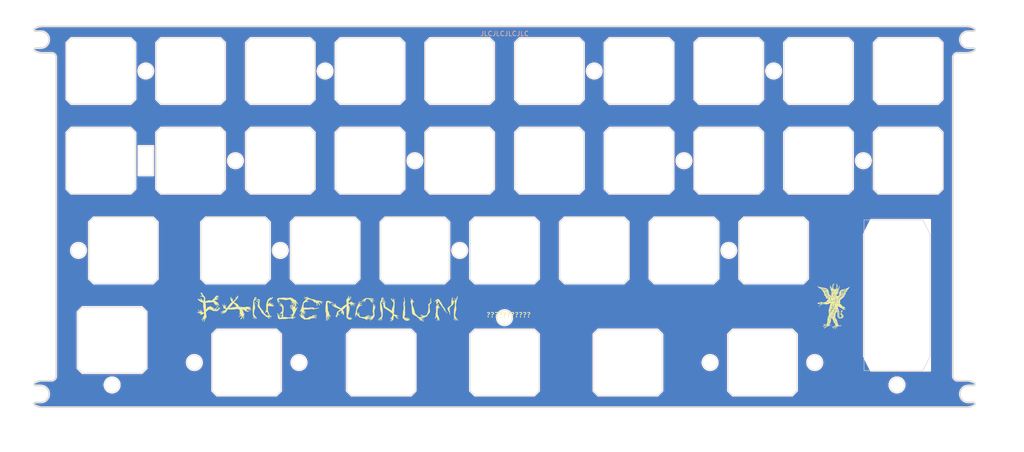
<source format=kicad_pcb>
(kicad_pcb (version 20221018) (generator pcbnew)
  (layers (0 "F.Cu" signal) (31 "B.Cu" signal) (34 "B.Paste" user) (35 "F.Paste" user) (36 "B.SilkS" user "B.Silkscreen") (37 "F.SilkS" user "F.Silkscreen") (38 "B.Mask" user) (39 "F.Mask" user) (44 "Edge.Cuts" user))
  (net 0 "")
  (net 1 "GND")
  (footprint "cipulot_parts:ecs_plate_cut_1U" (layer "F.Cu") (at 41.275 33.3375)
    (fp_text reference "REF**")
    (fp_text value "Value " hide)
    (fp_line (start -7.3 -6) (end -7.3 6) (stroke (width 0.12)) (layer "Edge.Cuts"))
    (fp_line (start -7.3 6) (end -6.3 7) (stroke (width 0.12)) (layer "Edge.Cuts"))
    (fp_line (start -6.3 -7) (end -7.3 -6) (stroke (width 0.12)) (layer "Edge.Cuts"))
    (fp_line (start -6.3 7) (end 6.3 7) (stroke (width 0.12)) (layer "Edge.Cuts"))
    (fp_line (start 6.3 -7) (end -6.3 -7) (stroke (width 0.12)) (layer "Edge.Cuts"))
    (fp_line (start 6.3 -7) (end 7.3 -6) (stroke (width 0.12)) (layer "Edge.Cuts"))
    (fp_line (start 6.3 7) (end 7.3 6) (stroke (width 0.12)) (layer "Edge.Cuts"))
    (fp_line (start 7.3 6) (end 7.3 -6) (stroke (width 0.12)) (layer "Edge.Cuts"))
  )
  (footprint "cipulot_parts:ecs_plate_cut_1U" (layer "F.Cu") (at 60.325 52.3875)
    (fp_text reference "REF**")
    (fp_text value "Value " hide)
    (fp_line (start -7.3 -6) (end -7.3 6) (stroke (width 0.12)) (layer "Edge.Cuts"))
    (fp_line (start -7.3 6) (end -6.3 7) (stroke (width 0.12)) (layer "Edge.Cuts"))
    (fp_line (start -6.3 -7) (end -7.3 -6) (stroke (width 0.12)) (layer "Edge.Cuts"))
    (fp_line (start -6.3 7) (end 6.3 7) (stroke (width 0.12)) (layer "Edge.Cuts"))
    (fp_line (start 6.3 -7) (end -6.3 -7) (stroke (width 0.12)) (layer "Edge.Cuts"))
    (fp_line (start 6.3 -7) (end 7.3 -6) (stroke (width 0.12)) (layer "Edge.Cuts"))
    (fp_line (start 6.3 7) (end 7.3 6) (stroke (width 0.12)) (layer "Edge.Cuts"))
    (fp_line (start 7.3 6) (end 7.3 -6) (stroke (width 0.12)) (layer "Edge.Cuts"))
  )
  (footprint "cipulot_parts:ecs_plate_cut_1U" (layer "F.Cu") (at 127 95.25)
    (fp_text reference "REF**")
    (fp_text value "Value " hide)
    (fp_line (start -7.3 -6) (end -7.3 6) (stroke (width 0.12)) (layer "Edge.Cuts"))
    (fp_line (start -7.3 6) (end -6.3 7) (stroke (width 0.12)) (layer "Edge.Cuts"))
    (fp_line (start -6.3 -7) (end -7.3 -6) (stroke (width 0.12)) (layer "Edge.Cuts"))
    (fp_line (start -6.3 7) (end 6.3 7) (stroke (width 0.12)) (layer "Edge.Cuts"))
    (fp_line (start 6.3 -7) (end -6.3 -7) (stroke (width 0.12)) (layer "Edge.Cuts"))
    (fp_line (start 6.3 -7) (end 7.3 -6) (stroke (width 0.12)) (layer "Edge.Cuts"))
    (fp_line (start 6.3 7) (end 7.3 6) (stroke (width 0.12)) (layer "Edge.Cuts"))
    (fp_line (start 7.3 6) (end 7.3 -6) (stroke (width 0.12)) (layer "Edge.Cuts"))
  )
  (footprint "cipulot_parts:ecs_plate_cut_1U" (layer "F.Cu") (at 60.325 33.3375)
    (fp_text reference "REF**")
    (fp_text value "Value " hide)
    (fp_line (start -7.3 -6) (end -7.3 6) (stroke (width 0.12)) (layer "Edge.Cuts"))
    (fp_line (start -7.3 6) (end -6.3 7) (stroke (width 0.12)) (layer "Edge.Cuts"))
    (fp_line (start -6.3 -7) (end -7.3 -6) (stroke (width 0.12)) (layer "Edge.Cuts"))
    (fp_line (start -6.3 7) (end 6.3 7) (stroke (width 0.12)) (layer "Edge.Cuts"))
    (fp_line (start 6.3 -7) (end -6.3 -7) (stroke (width 0.12)) (layer "Edge.Cuts"))
    (fp_line (start 6.3 -7) (end 7.3 -6) (stroke (width 0.12)) (layer "Edge.Cuts"))
    (fp_line (start 6.3 7) (end 7.3 6) (stroke (width 0.12)) (layer "Edge.Cuts"))
    (fp_line (start 7.3 6) (end 7.3 -6) (stroke (width 0.12)) (layer "Edge.Cuts"))
  )
  (footprint "cipulot_parts:ecs_plate_cut_1U" (layer "F.Cu") (at 212.725 33.3375)
    (fp_text reference "REF**")
    (fp_text value "Value " hide)
    (fp_line (start -7.3 -6) (end -7.3 6) (stroke (width 0.12)) (layer "Edge.Cuts"))
    (fp_line (start -7.3 6) (end -6.3 7) (stroke (width 0.12)) (layer "Edge.Cuts"))
    (fp_line (start -6.3 -7) (end -7.3 -6) (stroke (width 0.12)) (layer "Edge.Cuts"))
    (fp_line (start -6.3 7) (end 6.3 7) (stroke (width 0.12)) (layer "Edge.Cuts"))
    (fp_line (start 6.3 -7) (end -6.3 -7) (stroke (width 0.12)) (layer "Edge.Cuts"))
    (fp_line (start 6.3 -7) (end 7.3 -6) (stroke (width 0.12)) (layer "Edge.Cuts"))
    (fp_line (start 6.3 7) (end 7.3 6) (stroke (width 0.12)) (layer "Edge.Cuts"))
    (fp_line (start 7.3 6) (end 7.3 -6) (stroke (width 0.12)) (layer "Edge.Cuts"))
  )
  (footprint "cipulot_parts:ecs_plate_cut_1U" (layer "F.Cu") (at 146.05 71.4375)
    (fp_text reference "REF**")
    (fp_text value "Value " hide)
    (fp_line (start -7.3 -6) (end -7.3 6) (stroke (width 0.12)) (layer "Edge.Cuts"))
    (fp_line (start -7.3 6) (end -6.3 7) (stroke (width 0.12)) (layer "Edge.Cuts"))
    (fp_line (start -6.3 -7) (end -7.3 -6) (stroke (width 0.12)) (layer "Edge.Cuts"))
    (fp_line (start -6.3 7) (end 6.3 7) (stroke (width 0.12)) (layer "Edge.Cuts"))
    (fp_line (start 6.3 -7) (end -6.3 -7) (stroke (width 0.12)) (layer "Edge.Cuts"))
    (fp_line (start 6.3 -7) (end 7.3 -6) (stroke (width 0.12)) (layer "Edge.Cuts"))
    (fp_line (start 6.3 7) (end 7.3 6) (stroke (width 0.12)) (layer "Edge.Cuts"))
    (fp_line (start 7.3 6) (end 7.3 -6) (stroke (width 0.12)) (layer "Edge.Cuts"))
  )
  (footprint "cipulot_parts:ecs_plate_cut_1U" (layer "F.Cu") (at 46.0375 71.4375)
    (fp_text reference "REF**")
    (fp_text value "Value " hide)
    (fp_line (start -7.3 -6) (end -7.3 6) (stroke (width 0.12)) (layer "Edge.Cuts"))
    (fp_line (start -7.3 6) (end -6.3 7) (stroke (width 0.12)) (layer "Edge.Cuts"))
    (fp_line (start -6.3 -7) (end -7.3 -6) (stroke (width 0.12)) (layer "Edge.Cuts"))
    (fp_line (start -6.3 7) (end 6.3 7) (stroke (width 0.12)) (layer "Edge.Cuts"))
    (fp_line (start 6.3 -7) (end -6.3 -7) (stroke (width 0.12)) (layer "Edge.Cuts"))
    (fp_line (start 6.3 -7) (end 7.3 -6) (stroke (width 0.12)) (layer "Edge.Cuts"))
    (fp_line (start 6.3 7) (end 7.3 6) (stroke (width 0.12)) (layer "Edge.Cuts"))
    (fp_line (start 7.3 6) (end 7.3 -6) (stroke (width 0.12)) (layer "Edge.Cuts"))
  )
  (footprint "LOGO" (layer "F.Cu") (at 196.85 83.34375)
    (fp_text reference "G***" hide)
    (fp_text value "LOGO" hide)
  )
  (footprint "cipulot_parts:ecs_plate_cut_1U" (layer "F.Cu") (at 88.9 71.4375)
    (fp_text reference "REF**")
    (fp_text value "Value " hide)
    (fp_line (start -7.3 -6) (end -7.3 6) (stroke (width 0.12)) (layer "Edge.Cuts"))
    (fp_line (start -7.3 6) (end -6.3 7) (stroke (width 0.12)) (layer "Edge.Cuts"))
    (fp_line (start -6.3 -7) (end -7.3 -6) (stroke (width 0.12)) (layer "Edge.Cuts"))
    (fp_line (start -6.3 7) (end 6.3 7) (stroke (width 0.12)) (layer "Edge.Cuts"))
    (fp_line (start 6.3 -7) (end -6.3 -7) (stroke (width 0.12)) (layer "Edge.Cuts"))
    (fp_line (start 6.3 -7) (end 7.3 -6) (stroke (width 0.12)) (layer "Edge.Cuts"))
    (fp_line (start 6.3 7) (end 7.3 6) (stroke (width 0.12)) (layer "Edge.Cuts"))
    (fp_line (start 7.3 6) (end 7.3 -6) (stroke (width 0.12)) (layer "Edge.Cuts"))
  )
  (footprint "cipulot_parts:ecs_plate_cut_1U" (layer "F.Cu") (at 117.475 33.3375)
    (fp_text reference "REF**")
    (fp_text value "Value " hide)
    (fp_line (start -7.3 -6) (end -7.3 6) (stroke (width 0.12)) (layer "Edge.Cuts"))
    (fp_line (start -7.3 6) (end -6.3 7) (stroke (width 0.12)) (layer "Edge.Cuts"))
    (fp_line (start -6.3 -7) (end -7.3 -6) (stroke (width 0.12)) (layer "Edge.Cuts"))
    (fp_line (start -6.3 7) (end 6.3 7) (stroke (width 0.12)) (layer "Edge.Cuts"))
    (fp_line (start 6.3 -7) (end -6.3 -7) (stroke (width 0.12)) (layer "Edge.Cuts"))
    (fp_line (start 6.3 -7) (end 7.3 -6) (stroke (width 0.12)) (layer "Edge.Cuts"))
    (fp_line (start 6.3 7) (end 7.3 6) (stroke (width 0.12)) (layer "Edge.Cuts"))
    (fp_line (start 7.3 6) (end 7.3 -6) (stroke (width 0.12)) (layer "Edge.Cuts"))
  )
  (footprint "cipulot_parts:ecs_plate_cut_1U" (layer "F.Cu") (at 79.375 52.3875)
    (fp_text reference "REF**")
    (fp_text value "Value " hide)
    (fp_line (start -7.3 -6) (end -7.3 6) (stroke (width 0.12)) (layer "Edge.Cuts"))
    (fp_line (start -7.3 6) (end -6.3 7) (stroke (width 0.12)) (layer "Edge.Cuts"))
    (fp_line (start -6.3 -7) (end -7.3 -6) (stroke (width 0.12)) (layer "Edge.Cuts"))
    (fp_line (start -6.3 7) (end 6.3 7) (stroke (width 0.12)) (layer "Edge.Cuts"))
    (fp_line (start 6.3 -7) (end -6.3 -7) (stroke (width 0.12)) (layer "Edge.Cuts"))
    (fp_line (start 6.3 -7) (end 7.3 -6) (stroke (width 0.12)) (layer "Edge.Cuts"))
    (fp_line (start 6.3 7) (end 7.3 6) (stroke (width 0.12)) (layer "Edge.Cuts"))
    (fp_line (start 7.3 6) (end 7.3 -6) (stroke (width 0.12)) (layer "Edge.Cuts"))
  )
  (footprint "cipulot_parts:ecs_plate_cut_1U" (layer "F.Cu") (at 193.675 52.3875)
    (fp_text reference "REF**")
    (fp_text value "Value " hide)
    (fp_line (start -7.3 -6) (end -7.3 6) (stroke (width 0.12)) (layer "Edge.Cuts"))
    (fp_line (start -7.3 6) (end -6.3 7) (stroke (width 0.12)) (layer "Edge.Cuts"))
    (fp_line (start -6.3 -7) (end -7.3 -6) (stroke (width 0.12)) (layer "Edge.Cuts"))
    (fp_line (start -6.3 7) (end 6.3 7) (stroke (width 0.12)) (layer "Edge.Cuts"))
    (fp_line (start 6.3 -7) (end -6.3 -7) (stroke (width 0.12)) (layer "Edge.Cuts"))
    (fp_line (start 6.3 -7) (end 7.3 -6) (stroke (width 0.12)) (layer "Edge.Cuts"))
    (fp_line (start 6.3 7) (end 7.3 6) (stroke (width 0.12)) (layer "Edge.Cuts"))
    (fp_line (start 7.3 6) (end 7.3 -6) (stroke (width 0.12)) (layer "Edge.Cuts"))
  )
  (footprint "cipulot_parts:ecs_plate_cut_1U" (layer "F.Cu") (at 98.425 52.3875)
    (fp_text reference "REF**")
    (fp_text value "Value " hide)
    (fp_line (start -7.3 -6) (end -7.3 6) (stroke (width 0.12)) (layer "Edge.Cuts"))
    (fp_line (start -7.3 6) (end -6.3 7) (stroke (width 0.12)) (layer "Edge.Cuts"))
    (fp_line (start -6.3 -7) (end -7.3 -6) (stroke (width 0.12)) (layer "Edge.Cuts"))
    (fp_line (start -6.3 7) (end 6.3 7) (stroke (width 0.12)) (layer "Edge.Cuts"))
    (fp_line (start 6.3 -7) (end -6.3 -7) (stroke (width 0.12)) (layer "Edge.Cuts"))
    (fp_line (start 6.3 -7) (end 7.3 -6) (stroke (width 0.12)) (layer "Edge.Cuts"))
    (fp_line (start 6.3 7) (end 7.3 6) (stroke (width 0.12)) (layer "Edge.Cuts"))
    (fp_line (start 7.3 6) (end 7.3 -6) (stroke (width 0.12)) (layer "Edge.Cuts"))
  )
  (footprint "cipulot_parts:ecs_plate_cut_1U" (layer "F.Cu") (at 107.95 71.4375)
    (fp_text reference "REF**")
    (fp_text value "Value " hide)
    (fp_line (start -7.3 -6) (end -7.3 6) (stroke (width 0.12)) (layer "Edge.Cuts"))
    (fp_line (start -7.3 6) (end -6.3 7) (stroke (width 0.12)) (layer "Edge.Cuts"))
    (fp_line (start -6.3 -7) (end -7.3 -6) (stroke (width 0.12)) (layer "Edge.Cuts"))
    (fp_line (start -6.3 7) (end 6.3 7) (stroke (width 0.12)) (layer "Edge.Cuts"))
    (fp_line (start 6.3 -7) (end -6.3 -7) (stroke (width 0.12)) (layer "Edge.Cuts"))
    (fp_line (start 6.3 -7) (end 7.3 -6) (stroke (width 0.12)) (layer "Edge.Cuts"))
    (fp_line (start 6.3 7) (end 7.3 6) (stroke (width 0.12)) (layer "Edge.Cuts"))
    (fp_line (start 7.3 6) (end 7.3 -6) (stroke (width 0.12)) (layer "Edge.Cuts"))
  )
  (footprint "LOGO" (layer "F.Cu") (at 88.9 83.34375)
    (fp_text reference "G***" hide)
    (fp_text value "LOGO" hide)
  )
  (footprint "cipulot_parts:ecs_plate_cut_1U" (layer "F.Cu") (at 72.23125 95.25)
    (fp_text reference "REF**")
    (fp_text value "Value " hide)
    (fp_line (start -7.3 -6) (end -7.3 6) (stroke (width 0.12)) (layer "Edge.Cuts"))
    (fp_line (start -7.3 6) (end -6.3 7) (stroke (width 0.12)) (layer "Edge.Cuts"))
    (fp_line (start -6.3 -7) (end -7.3 -6) (stroke (width 0.12)) (layer "Edge.Cuts"))
    (fp_line (start -6.3 7) (end 6.3 7) (stroke (width 0.12)) (layer "Edge.Cuts"))
    (fp_line (start 6.3 -7) (end -6.3 -7) (stroke (width 0.12)) (layer "Edge.Cuts"))
    (fp_line (start 6.3 -7) (end 7.3 -6) (stroke (width 0.12)) (layer "Edge.Cuts"))
    (fp_line (start 6.3 7) (end 7.3 6) (stroke (width 0.12)) (layer "Edge.Cuts"))
    (fp_line (start 7.3 6) (end 7.3 -6) (stroke (width 0.12)) (layer "Edge.Cuts"))
  )
  (footprint "cipulot_parts:ecs_plate_cut_1U" (layer "F.Cu") (at 174.625 33.3375)
    (fp_text reference "REF**")
    (fp_text value "Value " hide)
    (fp_line (start -7.3 -6) (end -7.3 6) (stroke (width 0.12)) (layer "Edge.Cuts"))
    (fp_line (start -7.3 6) (end -6.3 7) (stroke (width 0.12)) (layer "Edge.Cuts"))
    (fp_line (start -6.3 -7) (end -7.3 -6) (stroke (width 0.12)) (layer "Edge.Cuts"))
    (fp_line (start -6.3 7) (end 6.3 7) (stroke (width 0.12)) (layer "Edge.Cuts"))
    (fp_line (start 6.3 -7) (end -6.3 -7) (stroke (width 0.12)) (layer "Edge.Cuts"))
    (fp_line (start 6.3 -7) (end 7.3 -6) (stroke (width 0.12)) (layer "Edge.Cuts"))
    (fp_line (start 6.3 7) (end 7.3 6) (stroke (width 0.12)) (layer "Edge.Cuts"))
    (fp_line (start 7.3 6) (end 7.3 -6) (stroke (width 0.12)) (layer "Edge.Cuts"))
  )
  (footprint "cipulot_parts:ecs_plate_cut_1U" (layer "F.Cu") (at 69.85 71.4375)
    (fp_text reference "REF**")
    (fp_text value "Value " hide)
    (fp_line (start -7.3 -6) (end -7.3 6) (stroke (width 0.12)) (layer "Edge.Cuts"))
    (fp_line (start -7.3 6) (end -6.3 7) (stroke (width 0.12)) (layer "Edge.Cuts"))
    (fp_line (start -6.3 -7) (end -7.3 -6) (stroke (width 0.12)) (layer "Edge.Cuts"))
    (fp_line (start -6.3 7) (end 6.3 7) (stroke (width 0.12)) (layer "Edge.Cuts"))
    (fp_line (start 6.3 -7) (end -6.3 -7) (stroke (width 0.12)) (layer "Edge.Cuts"))
    (fp_line (start 6.3 -7) (end 7.3 -6) (stroke (width 0.12)) (layer "Edge.Cuts"))
    (fp_line (start 6.3 7) (end 7.3 6) (stroke (width 0.12)) (layer "Edge.Cuts"))
    (fp_line (start 7.3 6) (end 7.3 -6) (stroke (width 0.12)) (layer "Edge.Cuts"))
  )
  (footprint "cipulot_parts:ecs_plate_cut_1U" (layer "F.Cu") (at 43.65625 90.4875)
    (fp_text reference "REF**")
    (fp_text value "Value " hide)
    (fp_line (start -7.3 -6) (end -7.3 6) (stroke (width 0.12)) (layer "Edge.Cuts"))
    (fp_line (start -7.3 6) (end -6.3 7) (stroke (width 0.12)) (layer "Edge.Cuts"))
    (fp_line (start -6.3 -7) (end -7.3 -6) (stroke (width 0.12)) (layer "Edge.Cuts"))
    (fp_line (start -6.3 7) (end 6.3 7) (stroke (width 0.12)) (layer "Edge.Cuts"))
    (fp_line (start 6.3 -7) (end -6.3 -7) (stroke (width 0.12)) (layer "Edge.Cuts"))
    (fp_line (start 6.3 -7) (end 7.3 -6) (stroke (width 0.12)) (layer "Edge.Cuts"))
    (fp_line (start 6.3 7) (end 7.3 6) (stroke (width 0.12)) (layer "Edge.Cuts"))
    (fp_line (start 7.3 6) (end 7.3 -6) (stroke (width 0.12)) (layer "Edge.Cuts"))
  )
  (footprint "cipulot_parts:ecs_plate_cut_1U" (layer "F.Cu") (at 153.19375 95.25)
    (fp_text reference "REF**")
    (fp_text value "Value " hide)
    (fp_line (start -7.3 -6) (end -7.3 6) (stroke (width 0.12)) (layer "Edge.Cuts"))
    (fp_line (start -7.3 6) (end -6.3 7) (stroke (width 0.12)) (layer "Edge.Cuts"))
    (fp_line (start -6.3 -7) (end -7.3 -6) (stroke (width 0.12)) (layer "Edge.Cuts"))
    (fp_line (start -6.3 7) (end 6.3 7) (stroke (width 0.12)) (layer "Edge.Cuts"))
    (fp_line (start 6.3 -7) (end -6.3 -7) (stroke (width 0.12)) (layer "Edge.Cuts"))
    (fp_line (start 6.3 -7) (end 7.3 -6) (stroke (width 0.12)) (layer "Edge.Cuts"))
    (fp_line (start 6.3 7) (end 7.3 6) (stroke (width 0.12)) (layer "Edge.Cuts"))
    (fp_line (start 7.3 6) (end 7.3 -6) (stroke (width 0.12)) (layer "Edge.Cuts"))
  )
  (footprint "cipulot_parts:ecs_plate_cut_1U" (layer "F.Cu") (at 155.575 52.3875)
    (fp_text reference "REF**")
    (fp_text value "Value " hide)
    (fp_line (start -7.3 -6) (end -7.3 6) (stroke (width 0.12)) (layer "Edge.Cuts"))
    (fp_line (start -7.3 6) (end -6.3 7) (stroke (width 0.12)) (layer "Edge.Cuts"))
    (fp_line (start -6.3 -7) (end -7.3 -6) (stroke (width 0.12)) (layer "Edge.Cuts"))
    (fp_line (start -6.3 7) (end 6.3 7) (stroke (width 0.12)) (layer "Edge.Cuts"))
    (fp_line (start 6.3 -7) (end -6.3 -7) (stroke (width 0.12)) (layer "Edge.Cuts"))
    (fp_line (start 6.3 -7) (end 7.3 -6) (stroke (width 0.12)) (layer "Edge.Cuts"))
    (fp_line (start 6.3 7) (end 7.3 6) (stroke (width 0.12)) (layer "Edge.Cuts"))
    (fp_line (start 7.3 6) (end 7.3 -6) (stroke (width 0.12)) (layer "Edge.Cuts"))
  )
  (footprint "cipulot_parts:ecs_plate_cut_1U" (layer "F.Cu") (at 136.525 52.3875)
    (fp_text reference "REF**")
    (fp_text value "Value " hide)
    (fp_line (start -7.3 -6) (end -7.3 6) (stroke (width 0.12)) (layer "Edge.Cuts"))
    (fp_line (start -7.3 6) (end -6.3 7) (stroke (width 0.12)) (layer "Edge.Cuts"))
    (fp_line (start -6.3 -7) (end -7.3 -6) (stroke (width 0.12)) (layer "Edge.Cuts"))
    (fp_line (start -6.3 7) (end 6.3 7) (stroke (width 0.12)) (layer "Edge.Cuts"))
    (fp_line (start 6.3 -7) (end -6.3 -7) (stroke (width 0.12)) (layer "Edge.Cuts"))
    (fp_line (start 6.3 -7) (end 7.3 -6) (stroke (width 0.12)) (layer "Edge.Cuts"))
    (fp_line (start 6.3 7) (end 7.3 6) (stroke (width 0.12)) (layer "Edge.Cuts"))
    (fp_line (start 7.3 6) (end 7.3 -6) (stroke (width 0.12)) (layer "Edge.Cuts"))
  )
  (footprint "cipulot_parts:ecs_plate_cut_1U" (layer "F.Cu") (at 184.15 71.4375)
    (fp_text reference "REF**")
    (fp_text value "Value " hide)
    (fp_line (start -7.3 -6) (end -7.3 6) (stroke (width 0.12)) (layer "Edge.Cuts"))
    (fp_line (start -7.3 6) (end -6.3 7) (stroke (width 0.12)) (layer "Edge.Cuts"))
    (fp_line (start -6.3 -7) (end -7.3 -6) (stroke (width 0.12)) (layer "Edge.Cuts"))
    (fp_line (start -6.3 7) (end 6.3 7) (stroke (width 0.12)) (layer "Edge.Cuts"))
    (fp_line (start 6.3 -7) (end -6.3 -7) (stroke (width 0.12)) (layer "Edge.Cuts"))
    (fp_line (start 6.3 -7) (end 7.3 -6) (stroke (width 0.12)) (layer "Edge.Cuts"))
    (fp_line (start 6.3 7) (end 7.3 6) (stroke (width 0.12)) (layer "Edge.Cuts"))
    (fp_line (start 7.3 6) (end 7.3 -6) (stroke (width 0.12)) (layer "Edge.Cuts"))
  )
  (footprint "cipulot_parts:ecs_plate_cut_1U" (layer "F.Cu") (at 181.76875 95.25)
    (fp_text reference "REF**")
    (fp_text value "Value " hide)
    (fp_line (start -7.3 -6) (end -7.3 6) (stroke (width 0.12)) (layer "Edge.Cuts"))
    (fp_line (start -7.3 6) (end -6.3 7) (stroke (width 0.12)) (layer "Edge.Cuts"))
    (fp_line (start -6.3 -7) (end -7.3 -6) (stroke (width 0.12)) (layer "Edge.Cuts"))
    (fp_line (start -6.3 7) (end 6.3 7) (stroke (width 0.12)) (layer "Edge.Cuts"))
    (fp_line (start 6.3 -7) (end -6.3 -7) (stroke (width 0.12)) (layer "Edge.Cuts"))
    (fp_line (start 6.3 -7) (end 7.3 -6) (stroke (width 0.12)) (layer "Edge.Cuts"))
    (fp_line (start 6.3 7) (end 7.3 6) (stroke (width 0.12)) (layer "Edge.Cuts"))
    (fp_line (start 7.3 6) (end 7.3 -6) (stroke (width 0.12)) (layer "Edge.Cuts"))
  )
  (footprint "cipulot_parts:ecs_plate_cut_1U" (layer "F.Cu") (at 136.525 33.3375)
    (fp_text reference "REF**")
    (fp_text value "Value " hide)
    (fp_line (start -7.3 -6) (end -7.3 6) (stroke (width 0.12)) (layer "Edge.Cuts"))
    (fp_line (start -7.3 6) (end -6.3 7) (stroke (width 0.12)) (layer "Edge.Cuts"))
    (fp_line (start -6.3 -7) (end -7.3 -6) (stroke (width 0.12)) (layer "Edge.Cuts"))
    (fp_line (start -6.3 7) (end 6.3 7) (stroke (width 0.12)) (layer "Edge.Cuts"))
    (fp_line (start 6.3 -7) (end -6.3 -7) (stroke (width 0.12)) (layer "Edge.Cuts"))
    (fp_line (start 6.3 -7) (end 7.3 -6) (stroke (width 0.12)) (layer "Edge.Cuts"))
    (fp_line (start 6.3 7) (end 7.3 6) (stroke (width 0.12)) (layer "Edge.Cuts"))
    (fp_line (start 7.3 6) (end 7.3 -6) (stroke (width 0.12)) (layer "Edge.Cuts"))
  )
  (footprint "cipulot_parts:ecs_plate_cut_1U" (layer "F.Cu") (at 165.1 71.4375)
    (fp_text reference "REF**")
    (fp_text value "Value " hide)
    (fp_line (start -7.3 -6) (end -7.3 6) (stroke (width 0.12)) (layer "Edge.Cuts"))
    (fp_line (start -7.3 6) (end -6.3 7) (stroke (width 0.12)) (layer "Edge.Cuts"))
    (fp_line (start -6.3 -7) (end -7.3 -6) (stroke (width 0.12)) (layer "Edge.Cuts"))
    (fp_line (start -6.3 7) (end 6.3 7) (stroke (width 0.12)) (layer "Edge.Cuts"))
    (fp_line (start 6.3 -7) (end -6.3 -7) (stroke (width 0.12)) (layer "Edge.Cuts"))
    (fp_line (start 6.3 -7) (end 7.3 -6) (stroke (width 0.12)) (layer "Edge.Cuts"))
    (fp_line (start 6.3 7) (end 7.3 6) (stroke (width 0.12)) (layer "Edge.Cuts"))
    (fp_line (start 7.3 6) (end 7.3 -6) (stroke (width 0.12)) (layer "Edge.Cuts"))
  )
  (footprint "cipulot_parts:ecs_plate_cut_1U" (layer "F.Cu") (at 117.475 52.3875)
    (fp_text reference "REF**")
    (fp_text value "Value " hide)
    (fp_line (start -7.3 -6) (end -7.3 6) (stroke (width 0.12)) (layer "Edge.Cuts"))
    (fp_line (start -7.3 6) (end -6.3 7) (stroke (width 0.12)) (layer "Edge.Cuts"))
    (fp_line (start -6.3 -7) (end -7.3 -6) (stroke (width 0.12)) (layer "Edge.Cuts"))
    (fp_line (start -6.3 7) (end 6.3 7) (stroke (width 0.12)) (layer "Edge.Cuts"))
    (fp_line (start 6.3 -7) (end -6.3 -7) (stroke (width 0.12)) (layer "Edge.Cuts"))
    (fp_line (start 6.3 -7) (end 7.3 -6) (stroke (width 0.12)) (layer "Edge.Cuts"))
    (fp_line (start 6.3 7) (end 7.3 6) (stroke (width 0.12)) (layer "Edge.Cuts"))
    (fp_line (start 7.3 6) (end 7.3 -6) (stroke (width 0.12)) (layer "Edge.Cuts"))
  )
  (footprint "cipulot_parts:ecs_plate_cut_1U" (layer "F.Cu") (at 155.575 33.3375)
    (fp_text reference "REF**")
    (fp_text value "Value " hide)
    (fp_line (start -7.3 -6) (end -7.3 6) (stroke (width 0.12)) (layer "Edge.Cuts"))
    (fp_line (start -7.3 6) (end -6.3 7) (stroke (width 0.12)) (layer "Edge.Cuts"))
    (fp_line (start -6.3 -7) (end -7.3 -6) (stroke (width 0.12)) (layer "Edge.Cuts"))
    (fp_line (start -6.3 7) (end 6.3 7) (stroke (width 0.12)) (layer "Edge.Cuts"))
    (fp_line (start 6.3 -7) (end -6.3 -7) (stroke (width 0.12)) (layer "Edge.Cuts"))
    (fp_line (start 6.3 -7) (end 7.3 -6) (stroke (width 0.12)) (layer "Edge.Cuts"))
    (fp_line (start 6.3 7) (end 7.3 6) (stroke (width 0.12)) (layer "Edge.Cuts"))
    (fp_line (start 7.3 6) (end 7.3 -6) (stroke (width 0.12)) (layer "Edge.Cuts"))
  )
  (footprint "cipulot_parts:ecs_plate_cut_1U" (layer "F.Cu") (at 100.80625 95.25)
    (fp_text reference "REF**")
    (fp_text value "Value " hide)
    (fp_line (start -7.3 -6) (end -7.3 6) (stroke (width 0.12)) (layer "Edge.Cuts"))
    (fp_line (start -7.3 6) (end -6.3 7) (stroke (width 0.12)) (layer "Edge.Cuts"))
    (fp_line (start -6.3 -7) (end -7.3 -6) (stroke (width 0.12)) (layer "Edge.Cuts"))
    (fp_line (start -6.3 7) (end 6.3 7) (stroke (width 0.12)) (layer "Edge.Cuts"))
    (fp_line (start 6.3 -7) (end -6.3 -7) (stroke (width 0.12)) (layer "Edge.Cuts"))
    (fp_line (start 6.3 -7) (end 7.3 -6) (stroke (width 0.12)) (layer "Edge.Cuts"))
    (fp_line (start 6.3 7) (end 7.3 6) (stroke (width 0.12)) (layer "Edge.Cuts"))
    (fp_line (start 7.3 6) (end 7.3 -6) (stroke (width 0.12)) (layer "Edge.Cuts"))
  )
  (footprint "cipulot_parts:ecs_plate_cut_2U" (layer "F.Cu") (at 210.34375 80.9625 90)
    (fp_text reference "REF**")
    (fp_text value "Value " hide)
    (fp_line (start -16 -7) (end 16 -7) (stroke (width 0.12)) (layer "Edge.Cuts"))
    (fp_line (start -16 0) (end -16 -7) (stroke (width 0.12)) (layer "Edge.Cuts"))
    (fp_line (start -16 0) (end -16 5.5) (stroke (width 0.12)) (layer "Edge.Cuts"))
    (fp_line (start -16 5.5) (end -13 7) (stroke (width 0.12)) (layer "Edge.Cuts"))
    (fp_line (start 13 7) (end -13 7) (stroke (width 0.12)) (layer "Edge.Cuts"))
    (fp_line (start 16 -7) (end 16 0) (stroke (width 0.12)) (layer "Edge.Cuts"))
    (fp_line (start 16 0) (end 16 5.5) (stroke (width 0.12)) (layer "Edge.Cuts"))
    (fp_line (start 16 5.5) (end 13 7) (stroke (width 0.12)) (layer "Edge.Cuts"))
  )
  (footprint "cipulot_parts:ecs_plate_cut_1U" (layer "F.Cu") (at 98.425 33.3375)
    (fp_text reference "REF**")
    (fp_text value "Value " hide)
    (fp_line (start -7.3 -6) (end -7.3 6) (stroke (width 0.12)) (layer "Edge.Cuts"))
    (fp_line (start -7.3 6) (end -6.3 7) (stroke (width 0.12)) (layer "Edge.Cuts"))
    (fp_line (start -6.3 -7) (end -7.3 -6) (stroke (width 0.12)) (layer "Edge.Cuts"))
    (fp_line (start -6.3 7) (end 6.3 7) (stroke (width 0.12)) (layer "Edge.Cuts"))
    (fp_line (start 6.3 -7) (end -6.3 -7) (stroke (width 0.12)) (layer "Edge.Cuts"))
    (fp_line (start 6.3 -7) (end 7.3 -6) (stroke (width 0.12)) (layer "Edge.Cuts"))
    (fp_line (start 6.3 7) (end 7.3 6) (stroke (width 0.12)) (layer "Edge.Cuts"))
    (fp_line (start 7.3 6) (end 7.3 -6) (stroke (width 0.12)) (layer "Edge.Cuts"))
  )
  (footprint "cipulot_parts:ecs_plate_cut_1U" (layer "F.Cu") (at 174.625 52.3875)
    (fp_text reference "REF**")
    (fp_text value "Value " hide)
    (fp_line (start -7.3 -6) (end -7.3 6) (stroke (width 0.12)) (layer "Edge.Cuts"))
    (fp_line (start -7.3 6) (end -6.3 7) (stroke (width 0.12)) (layer "Edge.Cuts"))
    (fp_line (start -6.3 -7) (end -7.3 -6) (stroke (width 0.12)) (layer "Edge.Cuts"))
    (fp_line (start -6.3 7) (end 6.3 7) (stroke (width 0.12)) (layer "Edge.Cuts"))
    (fp_line (start 6.3 -7) (end -6.3 -7) (stroke (width 0.12)) (layer "Edge.Cuts"))
    (fp_line (start 6.3 -7) (end 7.3 -6) (stroke (width 0.12)) (layer "Edge.Cuts"))
    (fp_line (start 6.3 7) (end 7.3 6) (stroke (width 0.12)) (layer "Edge.Cuts"))
    (fp_line (start 7.3 6) (end 7.3 -6) (stroke (width 0.12)) (layer "Edge.Cuts"))
  )
  (footprint "cipulot_parts:ecs_plate_cut_1U" (layer "F.Cu") (at 127 71.4375)
    (fp_text reference "REF**")
    (fp_text value "Value " hide)
    (fp_line (start -7.3 -6) (end -7.3 6) (stroke (width 0.12)) (layer "Edge.Cuts"))
    (fp_line (start -7.3 6) (end -6.3 7) (stroke (width 0.12)) (layer "Edge.Cuts"))
    (fp_line (start -6.3 -7) (end -7.3 -6) (stroke (width 0.12)) (layer "Edge.Cuts"))
    (fp_line (start -6.3 7) (end 6.3 7) (stroke (width 0.12)) (layer "Edge.Cuts"))
    (fp_line (start 6.3 -7) (end -6.3 -7) (stroke (width 0.12)) (layer "Edge.Cuts"))
    (fp_line (start 6.3 -7) (end 7.3 -6) (stroke (width 0.12)) (layer "Edge.Cuts"))
    (fp_line (start 6.3 7) (end 7.3 6) (stroke (width 0.12)) (layer "Edge.Cuts"))
    (fp_line (start 7.3 6) (end 7.3 -6) (stroke (width 0.12)) (layer "Edge.Cuts"))
  )
  (footprint "cipulot_parts:ecs_plate_cut_1U" (layer "F.Cu") (at 41.275 52.3875)
    (fp_text reference "REF**")
    (fp_text value "Value " hide)
    (fp_line (start -7.3 -6) (end -7.3 6) (stroke (width 0.12)) (layer "Edge.Cuts"))
    (fp_line (start -7.3 6) (end -6.3 7) (stroke (width 0.12)) (layer "Edge.Cuts"))
    (fp_line (start -6.3 -7) (end -7.3 -6) (stroke (width 0.12)) (layer "Edge.Cuts"))
    (fp_line (start -6.3 7) (end 6.3 7) (stroke (width 0.12)) (layer "Edge.Cuts"))
    (fp_line (start 6.3 -7) (end -6.3 -7) (stroke (width 0.12)) (layer "Edge.Cuts"))
    (fp_line (start 6.3 -7) (end 7.3 -6) (stroke (width 0.12)) (layer "Edge.Cuts"))
    (fp_line (start 6.3 7) (end 7.3 6) (stroke (width 0.12)) (layer "Edge.Cuts"))
    (fp_line (start 7.3 6) (end 7.3 -6) (stroke (width 0.12)) (layer "Edge.Cuts"))
  )
  (footprint "cipulot_parts:ecs_plate_cut_1U" (layer "F.Cu") (at 79.375 33.3375)
    (fp_text reference "REF**")
    (fp_text value "Value " hide)
    (fp_line (start -7.3 -6) (end -7.3 6) (stroke (width 0.12)) (layer "Edge.Cuts"))
    (fp_line (start -7.3 6) (end -6.3 7) (stroke (width 0.12)) (layer "Edge.Cuts"))
    (fp_line (start -6.3 -7) (end -7.3 -6) (stroke (width 0.12)) (layer "Edge.Cuts"))
    (fp_line (start -6.3 7) (end 6.3 7) (stroke (width 0.12)) (layer "Edge.Cuts"))
    (fp_line (start 6.3 -7) (end -6.3 -7) (stroke (width 0.12)) (layer "Edge.Cuts"))
    (fp_line (start 6.3 -7) (end 7.3 -6) (stroke (width 0.12)) (layer "Edge.Cuts"))
    (fp_line (start 6.3 7) (end 7.3 6) (stroke (width 0.12)) (layer "Edge.Cuts"))
    (fp_line (start 7.3 6) (end 7.3 -6) (stroke (width 0.12)) (layer "Edge.Cuts"))
  )
  (footprint "cipulot_parts:ecs_plate_cut_1U" (layer "F.Cu") (at 193.675 33.3375)
    (fp_text reference "REF**")
    (fp_text value "Value " hide)
    (fp_line (start -7.3 -6) (end -7.3 6) (stroke (width 0.12)) (layer "Edge.Cuts"))
    (fp_line (start -7.3 6) (end -6.3 7) (stroke (width 0.12)) (layer "Edge.Cuts"))
    (fp_line (start -6.3 -7) (end -7.3 -6) (stroke (width 0.12)) (layer "Edge.Cuts"))
    (fp_line (start -6.3 7) (end 6.3 7) (stroke (width 0.12)) (layer "Edge.Cuts"))
    (fp_line (start 6.3 -7) (end -6.3 -7) (stroke (width 0.12)) (layer "Edge.Cuts"))
    (fp_line (start 6.3 -7) (end 7.3 -6) (stroke (width 0.12)) (layer "Edge.Cuts"))
    (fp_line (start 6.3 7) (end 7.3 6) (stroke (width 0.12)) (layer "Edge.Cuts"))
    (fp_line (start 7.3 6) (end 7.3 -6) (stroke (width 0.12)) (layer "Edge.Cuts"))
  )
  (footprint "cipulot_parts:ecs_plate_cut_1U" (layer "F.Cu") (at 212.725 52.3875)
    (fp_text reference "REF**")
    (fp_text value "Value " hide)
    (fp_line (start -7.3 -6) (end -7.3 6) (stroke (width 0.12)) (layer "Edge.Cuts"))
    (fp_line (start -7.3 6) (end -6.3 7) (stroke (width 0.12)) (layer "Edge.Cuts"))
    (fp_line (start -6.3 -7) (end -7.3 -6) (stroke (width 0.12)) (layer "Edge.Cuts"))
    (fp_line (start -6.3 7) (end 6.3 7) (stroke (width 0.12)) (layer "Edge.Cuts"))
    (fp_line (start 6.3 -7) (end -6.3 -7) (stroke (width 0.12)) (layer "Edge.Cuts"))
    (fp_line (start 6.3 -7) (end 7.3 -6) (stroke (width 0.12)) (layer "Edge.Cuts"))
    (fp_line (start 6.3 7) (end 7.3 6) (stroke (width 0.12)) (layer "Edge.Cuts"))
    (fp_line (start 7.3 6) (end 7.3 -6) (stroke (width 0.12)) (layer "Edge.Cuts"))
  )
  (gr_line (start 28.75 29.5125) (end 30.75 29.5125) (stroke (width 0.2)) (layer "Edge.Cuts"))
  (gr_line (start 225.25 99.075) (end 223.25 99.075) (stroke (width 0.2)) (layer "Edge.Cuts"))
  (gr_arc (start 30.75 29.5125) (mid 31.457107 29.805393) (end 31.75 30.5125) (stroke (width 0.2)) (layer "Edge.Cuts"))
  (gr_line (start 226.606466 103.675) (end 225.499444 103.675) (stroke (width 0.2)) (layer "Edge.Cuts"))
  (gr_circle (center 61.11875 95.25) (end 61.11875 93.6625) (stroke (width 0.1)) (fill none) (layer "Edge.Cuts"))
  (gr_circle (center 210.34375 100.0125) (end 210.34375 98.425) (stroke (width 0.1)) (fill none) (layer "Edge.Cuts"))
  (gr_circle (center 192.88125 95.25) (end 192.88125 93.6625) (stroke (width 0.1)) (fill none) (layer "Edge.Cuts"))
  (gr_line (start 225.499442 24.9125) (end 226.606464 24.9125) (stroke (width 0.2)) (layer "Edge.Cuts"))
  (gr_line (start 28.500555 103.675) (end 27.393534 103.675) (stroke (width 0.2)) (layer "Edge.Cuts"))
  (gr_circle (center 43.65625 100.0125) (end 43.65625 98.425) (stroke (width 0.1)) (fill none) (layer "Edge.Cuts"))
  (gr_circle (center 165.1 52.3875) (end 165.1 50.8) (stroke (width 0.1)) (fill none) (layer "Edge.Cuts"))
  (gr_arc (start 226.606466 103.675) (mid 226.942174 103.926005) (end 226.796371 104.319) (stroke (width 0.2)) (layer "Edge.Cuts"))
  (gr_line (start 226.606464 28.4125) (end 225.499442 28.4125) (stroke (width 0.2)) (layer "Edge.Cuts"))
  (gr_arc (start 226.796371 99.531) (mid 226.942174 99.923995) (end 226.606466 100.175) (stroke (width 0.2)) (layer "Edge.Cuts"))
  (gr_circle (center 36.5125 71.4375) (end 36.5125 69.85) (stroke (width 0.1)) (fill none) (layer "Edge.Cuts"))
  (gr_arc (start 28.500555 100.175) (mid 30.250555 101.925) (end 28.500555 103.675) (stroke (width 0.2)) (layer "Edge.Cuts"))
  (gr_circle (center 107.95 52.3875) (end 107.95 50.8) (stroke (width 0.1)) (fill none) (layer "Edge.Cuts"))
  (gr_arc (start 226.796369 24.2685) (mid 226.942172 24.661495) (end 226.606464 24.9125) (stroke (width 0.2)) (layer "Edge.Cuts"))
  (gr_circle (center 83.34375 95.25) (end 83.34375 93.6625) (stroke (width 0.1)) (fill none) (layer "Edge.Cuts"))
  (gr_arc (start 222.25 30.5125) (mid 222.542893 29.805393) (end 223.25 29.5125) (stroke (width 0.2)) (layer "Edge.Cuts"))
  (gr_arc (start 27.203628 99.531) (mid 27.943898 99.191376) (end 28.75 99.075) (stroke (width 0.2)) (layer "Edge.Cuts"))
  (gr_line (start 225.499444 100.175) (end 226.606466 100.175) (stroke (width 0.2)) (layer "Edge.Cuts"))
  (gr_arc (start 226.796371 104.319) (mid 226.056102 104.658624) (end 225.25 104.775) (stroke (width 0.2)) (layer "Edge.Cuts"))
  (gr_circle (center 88.9 33.3375) (end 88.9 31.75) (stroke (width 0.1)) (fill none) (layer "Edge.Cuts"))
  (gr_circle (center 50.8 33.3375) (end 50.8 31.75) (stroke (width 0.1)) (fill none) (layer "Edge.Cuts"))
  (gr_arc (start 27.393534 100.175) (mid 27.057822 99.923996) (end 27.203628 99.531) (stroke (width 0.2)) (layer "Edge.Cuts"))
  (gr_circle (center 203.2 52.3875) (end 203.2 50.8) (stroke (width 0.1)) (fill none) (layer "Edge.Cuts"))
  (gr_arc (start 27.393534 24.9125) (mid 27.057822 24.661495) (end 27.203629 24.2685) (stroke (width 0.2)) (layer "Edge.Cuts"))
  (gr_line (start 223.25 29.5125) (end 225.249998 29.5125) (stroke (width 0.2)) (layer "Edge.Cuts"))
  (gr_arc (start 225.499444 103.675) (mid 223.749444 101.925) (end 225.499444 100.175) (stroke (width 0.2)) (layer "Edge.Cuts"))
  (gr_arc (start 28.75 104.775) (mid 27.943898 104.658624) (end 27.203628 104.319) (stroke (width 0.2)) (layer "Edge.Cuts"))
  (gr_rect (start 49.241432 49.276087) (end 52.377856 55.4739) (stroke (width 0.1)) (fill none) (layer "Edge.Cuts"))
  (gr_line (start 28.500556 28.4125) (end 27.393534 28.4125) (stroke (width 0.2)) (layer "Edge.Cuts"))
  (gr_circle (center 184.15 33.3375) (end 184.15 31.75) (stroke (width 0.1)) (fill none) (layer "Edge.Cuts"))
  (gr_circle (center 117.475 71.4375) (end 117.475 69.85) (stroke (width 0.1)) (fill none) (layer "Edge.Cuts"))
  (gr_arc (start 27.203628 104.319) (mid 27.057824 103.926005) (end 27.393534 103.675) (stroke (width 0.2)) (layer "Edge.Cuts"))
  (gr_arc (start 27.203629 24.2685) (mid 27.943898 23.928876) (end 28.75 23.8125) (stroke (width 0.2)) (layer "Edge.Cuts"))
  (gr_line (start 27.393534 24.9125) (end 28.500556 24.9125) (stroke (width 0.2)) (layer "Edge.Cuts"))
  (gr_line (start 31.75 30.5125) (end 31.75 98.075) (stroke (width 0.2)) (layer "Edge.Cuts"))
  (gr_line (start 222.25 98.075) (end 222.25 30.5125) (stroke (width 0.2)) (layer "Edge.Cuts"))
  (gr_circle (center 79.375 71.4375) (end 79.375 69.85) (stroke (width 0.1)) (fill none) (layer "Edge.Cuts"))
  (gr_arc (start 223.25 99.075) (mid 222.542893 98.782107) (end 222.25 98.075) (stroke (width 0.2)) (layer "Edge.Cuts"))
  (gr_circle (center 170.65625 95.25) (end 170.65625 93.6625) (stroke (width 0.1)) (fill none) (layer "Edge.Cuts"))
  (gr_arc (start 225.25 99.075) (mid 226.056102 99.191376) (end 226.796371 99.531) (stroke (width 0.2)) (layer "Edge.Cuts"))
  (gr_arc (start 225.499442 28.4125) (mid 223.749442 26.6625) (end 225.499442 24.9125) (stroke (width 0.2)) (layer "Edge.Cuts"))
  (gr_arc (start 225.25 23.8125) (mid 226.056101 23.928876) (end 226.796369 24.2685) (stroke (width 0.2)) (layer "Edge.Cuts"))
  (gr_arc (start 31.75 98.075) (mid 31.457107 98.782107) (end 30.75 99.075) (stroke (width 0.2)) (layer "Edge.Cuts"))
  (gr_arc (start 226.796369 29.0565) (mid 226.0561 29.396124) (end 225.249998 29.5125) (stroke (width 0.2)) (layer "Edge.Cuts"))
  (gr_line (start 28.75 104.775) (end 225.25 104.775) (stroke (width 0.2)) (layer "Edge.Cuts"))
  (gr_circle (center 127 85.725) (end 127 84.1375) (stroke (width 0.1)) (fill none) (layer "Edge.Cuts"))
  (gr_circle (center 69.85 52.3875) (end 69.85 50.8) (stroke (width 0.1)) (fill none) (layer "Edge.Cuts"))
  (gr_circle (center 174.625 71.4375) (end 174.625 69.85) (stroke (width 0.1)) (fill none) (layer "Edge.Cuts"))
  (gr_line (start 27.393534 100.175) (end 28.500555 100.175) (stroke (width 0.2)) (layer "Edge.Cuts"))
  (gr_circle (center 146.05 33.3375) (end 146.05 31.75) (stroke (width 0.1)) (fill none) (layer "Edge.Cuts"))
  (gr_arc (start 28.75 29.5125) (mid 27.943898 29.396124) (end 27.203629 29.0565) (stroke (width 0.2)) (layer "Edge.Cuts"))
  (gr_line (start 30.75 99.075) (end 28.75 99.075) (stroke (width 0.2)) (layer "Edge.Cuts"))
  (gr_arc (start 27.203629 29.0565) (mid 27.057824 28.663505) (end 27.393534 28.4125) (stroke (width 0.2)) (layer "Edge.Cuts"))
  (gr_arc (start 226.606464 28.4125) (mid 226.942172 28.663505) (end 226.796369 29.0565) (stroke (width 0.2)) (layer "Edge.Cuts"))
  (gr_line (start 225.25 23.8125) (end 28.75 23.8125) (stroke (width 0.2)) (layer "Edge.Cuts"))
  (gr_arc (start 28.500556 24.9125) (mid 30.250556 26.6625) (end 28.500556 28.4125) (stroke (width 0.2)) (layer "Edge.Cuts"))
  (gr_text "JLCJLCJLCJLC" (at 127 25.4) (layer "B.SilkS") (effects (font (size 1 1))))
  (gr_text "𝔓𝔞𝔫𝔡𝔢𝔪𝔬𝔫𝔦𝔲𝔪" (at 123.03125 85.725) (layer "F.SilkS") (effects (font (size 1 1)) (justify left bottom)))
  (zone (net 1) (net_name "GND") (layers "F&B.Cu") (connect_pads (clearance 0)) (min_thickness 0.025) (fill yes (thermal_gap 0.5) (thermal_bridge_width 0.5) (island_removal_mode 1) (island_area_min 10))
    (polygon (pts (xy 19.84375 18.25625) (xy 237.33125 18.25625) (xy 237.33125 114.3) (xy 19.84375 114.3)))
  )
)
</source>
